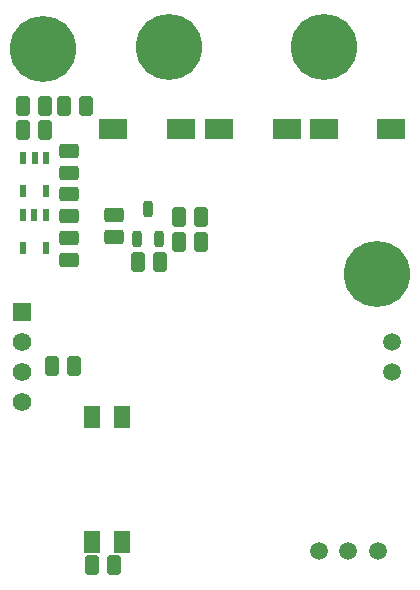
<source format=gbs>
G04*
G04 #@! TF.GenerationSoftware,Altium Limited,Altium Designer,23.10.1 (27)*
G04*
G04 Layer_Color=16711935*
%FSLAX25Y25*%
%MOIN*%
G70*
G04*
G04 #@! TF.SameCoordinates,C0C592A9-96B4-4F53-9DEC-7EA94FB758FA*
G04*
G04*
G04 #@! TF.FilePolarity,Negative*
G04*
G01*
G75*
G04:AMPARAMS|DCode=29|XSize=47.37mil|YSize=63.91mil|CornerRadius=8.92mil|HoleSize=0mil|Usage=FLASHONLY|Rotation=0.000|XOffset=0mil|YOffset=0mil|HoleType=Round|Shape=RoundedRectangle|*
%AMROUNDEDRECTD29*
21,1,0.04737,0.04606,0,0,0.0*
21,1,0.02953,0.06391,0,0,0.0*
1,1,0.01784,0.01476,-0.02303*
1,1,0.01784,-0.01476,-0.02303*
1,1,0.01784,-0.01476,0.02303*
1,1,0.01784,0.01476,0.02303*
%
%ADD29ROUNDEDRECTD29*%
G04:AMPARAMS|DCode=34|XSize=47.37mil|YSize=63.91mil|CornerRadius=8.92mil|HoleSize=0mil|Usage=FLASHONLY|Rotation=90.000|XOffset=0mil|YOffset=0mil|HoleType=Round|Shape=RoundedRectangle|*
%AMROUNDEDRECTD34*
21,1,0.04737,0.04606,0,0,90.0*
21,1,0.02953,0.06391,0,0,90.0*
1,1,0.01784,0.02303,0.01476*
1,1,0.01784,0.02303,-0.01476*
1,1,0.01784,-0.02303,-0.01476*
1,1,0.01784,-0.02303,0.01476*
%
%ADD34ROUNDEDRECTD34*%
%ADD37C,0.05900*%
%ADD38R,0.06194X0.06194*%
%ADD39C,0.06194*%
%ADD40C,0.22060*%
%ADD49R,0.05200X0.07200*%
%ADD50R,0.02000X0.03850*%
%ADD52R,0.09700X0.06700*%
G04:AMPARAMS|DCode=54|XSize=55.64mil|YSize=31.23mil|CornerRadius=9.81mil|HoleSize=0mil|Usage=FLASHONLY|Rotation=270.000|XOffset=0mil|YOffset=0mil|HoleType=Round|Shape=RoundedRectangle|*
%AMROUNDEDRECTD54*
21,1,0.05564,0.01161,0,0,270.0*
21,1,0.03602,0.03123,0,0,270.0*
1,1,0.01961,-0.00581,-0.01801*
1,1,0.01961,-0.00581,0.01801*
1,1,0.01961,0.00581,0.01801*
1,1,0.01961,0.00581,-0.01801*
%
%ADD54ROUNDEDRECTD54*%
D29*
X163119Y298900D02*
D03*
X170481D02*
D03*
X174400Y385600D02*
D03*
X167038D02*
D03*
X160800D02*
D03*
X153438D02*
D03*
X205419Y340500D02*
D03*
X212781D02*
D03*
X176438Y232600D02*
D03*
X183800D02*
D03*
X191738Y333800D02*
D03*
X199100D02*
D03*
X153419Y377600D02*
D03*
X160781D02*
D03*
X212781Y348600D02*
D03*
X205419D02*
D03*
D34*
X183600Y349300D02*
D03*
Y341938D02*
D03*
X168799Y349019D02*
D03*
Y356381D02*
D03*
Y334500D02*
D03*
Y341862D02*
D03*
Y370600D02*
D03*
Y363238D02*
D03*
D37*
X251900Y237300D02*
D03*
X261743D02*
D03*
X271586D02*
D03*
X276400Y297100D02*
D03*
Y306943D02*
D03*
D38*
X152900Y316900D02*
D03*
D39*
Y306900D02*
D03*
Y296900D02*
D03*
Y286900D02*
D03*
D40*
X253600Y405500D02*
D03*
X202200D02*
D03*
X160100Y404800D02*
D03*
X271500Y329800D02*
D03*
D49*
X176300Y282000D02*
D03*
X186300D02*
D03*
Y240400D02*
D03*
X176300D02*
D03*
D50*
X153520Y357550D02*
D03*
X161000D02*
D03*
Y368300D02*
D03*
X157260D02*
D03*
X153520D02*
D03*
X153460Y338525D02*
D03*
X160940D02*
D03*
Y349275D02*
D03*
X157200D02*
D03*
X153460D02*
D03*
D52*
X241300Y377900D02*
D03*
X218700D02*
D03*
X276200D02*
D03*
X253600D02*
D03*
X206000D02*
D03*
X183400D02*
D03*
D54*
X195000Y351300D02*
D03*
X191260Y341418D02*
D03*
X198740D02*
D03*
M02*

</source>
